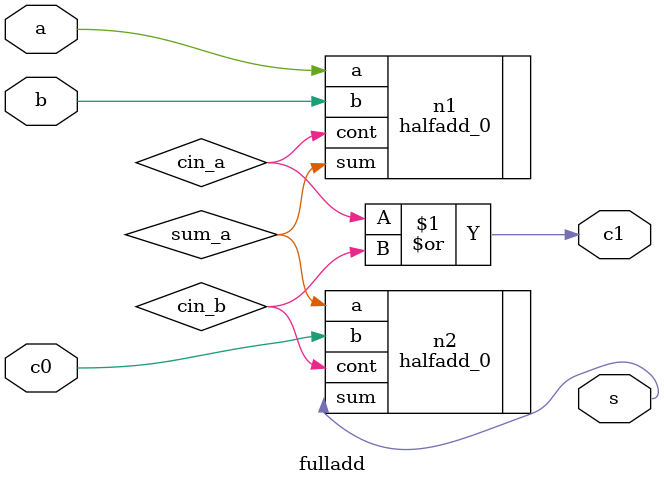
<source format=v>
`timescale 1ns / 1ps


module fulladd( 
input a,input b,input c0,
output s,output c1
);

wire sum_a;
wire cin_a;
wire cin_b;
halfadd_0 n1(.a(a), .b(b), .sum(sum_a),.cont(cin_a));
halfadd_0 n2(.a(sum_a), .b(c0), .sum(s), .cont(cin_b));
assign c1=cin_a|cin_b;

endmodule

</source>
